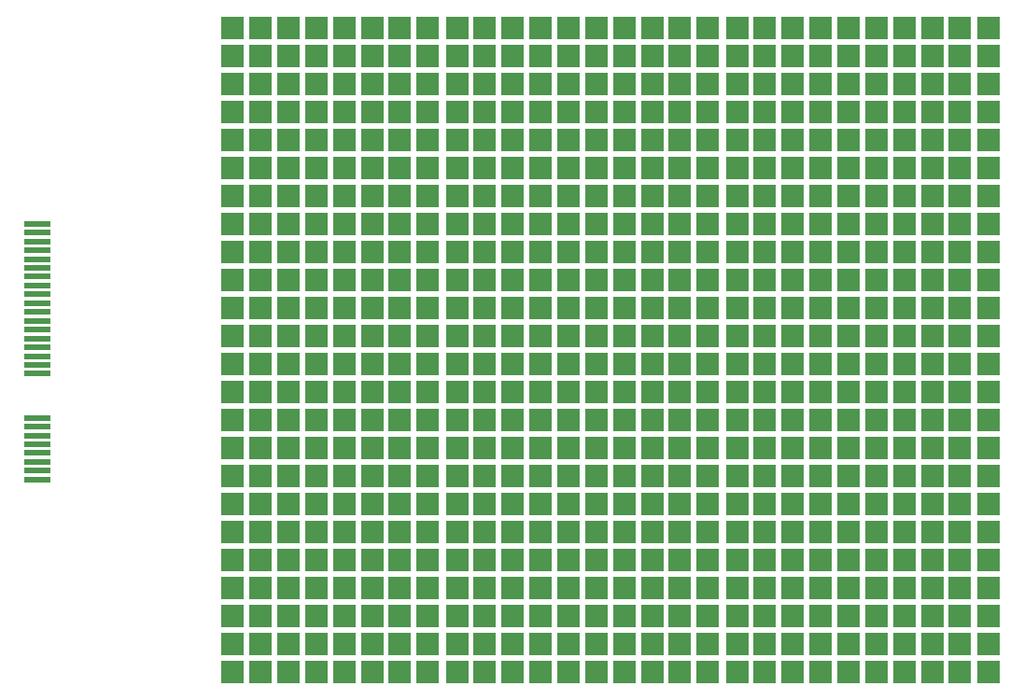
<source format=gbr>
%TF.GenerationSoftware,KiCad,Pcbnew,(6.0.7)*%
%TF.CreationDate,2023-01-04T15:29:54-05:00*%
%TF.ProjectId,PrototypeBoard,50726f74-6f74-4797-9065-426f6172642e,rev?*%
%TF.SameCoordinates,Original*%
%TF.FileFunction,Soldermask,Bot*%
%TF.FilePolarity,Negative*%
%FSLAX46Y46*%
G04 Gerber Fmt 4.6, Leading zero omitted, Abs format (unit mm)*
G04 Created by KiCad (PCBNEW (6.0.7)) date 2023-01-04 15:29:54*
%MOMM*%
%LPD*%
G01*
G04 APERTURE LIST*
%ADD10R,2.350000X0.600000*%
%ADD11R,2.000000X2.000000*%
G04 APERTURE END LIST*
D10*
%TO.C,J1*%
X91539412Y-112109558D03*
X91539412Y-111309558D03*
X91539412Y-110509558D03*
X91539412Y-109709558D03*
X91539412Y-108909558D03*
X91539412Y-108109558D03*
X91539412Y-107309558D03*
X91539412Y-106509558D03*
X91539412Y-102509558D03*
X91539412Y-101709558D03*
X91539412Y-100909558D03*
X91539412Y-100109558D03*
X91539412Y-99309558D03*
X91539412Y-98509558D03*
X91539412Y-97709558D03*
X91539412Y-96909558D03*
X91539412Y-96109558D03*
X91539412Y-95309558D03*
X91539412Y-94509558D03*
X91539412Y-93709558D03*
X91539412Y-92909558D03*
X91539412Y-92109558D03*
X91539412Y-91309558D03*
X91539412Y-90509558D03*
X91539412Y-89709558D03*
X91539412Y-88909558D03*
%TD*%
D11*
%TO.C,J2*%
X177800000Y-71120000D03*
X121920000Y-71120000D03*
X144780000Y-71120000D03*
X165100000Y-71120000D03*
X129621070Y-71174005D03*
X134620000Y-71120000D03*
X139700000Y-71120000D03*
X111760000Y-71120000D03*
X132080000Y-71120000D03*
X114300000Y-71120000D03*
X142240000Y-71120000D03*
X124422847Y-71174005D03*
X147320000Y-71120000D03*
X157480000Y-71120000D03*
X152325695Y-71174005D03*
X126925695Y-71174005D03*
X119380000Y-71120000D03*
X137160000Y-71120000D03*
X162560000Y-71120000D03*
X155021070Y-71174005D03*
X160020000Y-71120000D03*
X149822847Y-71174005D03*
X167640000Y-71120000D03*
X172720000Y-71120000D03*
X170180000Y-71120000D03*
X116840000Y-71120000D03*
X175222847Y-71174005D03*
X114300000Y-73660000D03*
X124422847Y-73714005D03*
X137160000Y-73660000D03*
X129621070Y-73714005D03*
X126925695Y-73714005D03*
X175222847Y-73714005D03*
X119380000Y-73660000D03*
X155021070Y-73714005D03*
X165100000Y-73660000D03*
X134620000Y-73660000D03*
X111760000Y-73660000D03*
X144780000Y-73660000D03*
X152325695Y-73714005D03*
X121920000Y-73660000D03*
X116840000Y-73660000D03*
X172720000Y-73660000D03*
X132080000Y-73660000D03*
X149822847Y-73714005D03*
X162560000Y-73660000D03*
X170180000Y-73660000D03*
X142240000Y-73660000D03*
X139700000Y-73660000D03*
X157480000Y-73660000D03*
X177800000Y-73660000D03*
X147320000Y-73660000D03*
X160020000Y-73660000D03*
X167640000Y-73660000D03*
X144780000Y-76200000D03*
X121920000Y-76200000D03*
X119380000Y-76200000D03*
X134620000Y-76200000D03*
X175222847Y-76254005D03*
X129621070Y-76254005D03*
X142240000Y-76200000D03*
X170180000Y-76200000D03*
X172720000Y-76200000D03*
X177800000Y-76200000D03*
X139700000Y-76200000D03*
X137160000Y-76200000D03*
X116840000Y-76200000D03*
X149822847Y-76254005D03*
X132080000Y-76200000D03*
X165100000Y-76200000D03*
X162560000Y-76200000D03*
X147320000Y-76200000D03*
X124422847Y-76254005D03*
X114300000Y-76200000D03*
X152325695Y-76254005D03*
X111760000Y-76200000D03*
X167640000Y-76200000D03*
X126925695Y-76254005D03*
X157480000Y-76200000D03*
X160020000Y-76200000D03*
X155021070Y-76254005D03*
X114300000Y-78740000D03*
X142240000Y-78740000D03*
X129621070Y-78794005D03*
X149822847Y-78794005D03*
X170180000Y-78740000D03*
X147320000Y-78740000D03*
X165100000Y-78740000D03*
X116840000Y-78740000D03*
X139700000Y-78740000D03*
X172720000Y-78740000D03*
X155021070Y-78794005D03*
X132080000Y-78740000D03*
X177800000Y-78740000D03*
X134620000Y-78740000D03*
X126925695Y-78794005D03*
X157480000Y-78740000D03*
X137160000Y-78740000D03*
X167640000Y-78740000D03*
X175222847Y-78794005D03*
X144780000Y-78740000D03*
X119380000Y-78740000D03*
X121920000Y-78740000D03*
X160020000Y-78740000D03*
X162560000Y-78740000D03*
X111760000Y-78740000D03*
X124422847Y-78794005D03*
X152325695Y-78794005D03*
X114300000Y-81280000D03*
X157480000Y-81280000D03*
X149822847Y-81334005D03*
X124422847Y-81334005D03*
X167640000Y-81280000D03*
X175222847Y-81334005D03*
X126925695Y-81334005D03*
X134620000Y-81280000D03*
X162560000Y-81280000D03*
X155021070Y-81334005D03*
X147320000Y-81280000D03*
X132080000Y-81280000D03*
X119380000Y-81280000D03*
X144780000Y-81280000D03*
X121920000Y-81280000D03*
X177800000Y-81280000D03*
X165100000Y-81280000D03*
X116840000Y-81280000D03*
X152325695Y-81334005D03*
X111760000Y-81280000D03*
X129621070Y-81334005D03*
X142240000Y-81280000D03*
X139700000Y-81280000D03*
X137160000Y-81280000D03*
X160020000Y-81280000D03*
X172720000Y-81280000D03*
X170180000Y-81280000D03*
X116840000Y-83820000D03*
X157480000Y-83820000D03*
X137160000Y-83820000D03*
X132080000Y-83820000D03*
X167640000Y-83820000D03*
X170180000Y-83820000D03*
X142240000Y-83820000D03*
X165100000Y-83820000D03*
X155021070Y-83874005D03*
X162560000Y-83820000D03*
X111760000Y-83820000D03*
X175222847Y-83874005D03*
X139700000Y-83820000D03*
X144780000Y-83820000D03*
X114300000Y-83820000D03*
X152325695Y-83874005D03*
X124422847Y-83874005D03*
X160020000Y-83820000D03*
X129621070Y-83874005D03*
X121920000Y-83820000D03*
X172720000Y-83820000D03*
X134620000Y-83820000D03*
X126925695Y-83874005D03*
X119380000Y-83820000D03*
X177800000Y-83820000D03*
X147320000Y-83820000D03*
X149822847Y-83874005D03*
X172720000Y-86360000D03*
X137160000Y-86360000D03*
X149822847Y-86414005D03*
X114300000Y-86360000D03*
X167640000Y-86360000D03*
X175222847Y-86414005D03*
X160020000Y-86360000D03*
X177800000Y-86360000D03*
X170180000Y-86360000D03*
X119380000Y-86360000D03*
X132080000Y-86360000D03*
X142240000Y-86360000D03*
X155021070Y-86414005D03*
X152325695Y-86414005D03*
X162560000Y-86360000D03*
X121920000Y-86360000D03*
X116840000Y-86360000D03*
X129621070Y-86414005D03*
X144780000Y-86360000D03*
X157480000Y-86360000D03*
X126925695Y-86414005D03*
X111760000Y-86360000D03*
X147320000Y-86360000D03*
X124422847Y-86414005D03*
X165100000Y-86360000D03*
X139700000Y-86360000D03*
X134620000Y-86360000D03*
X157480000Y-88900000D03*
X119380000Y-88900000D03*
X134620000Y-88900000D03*
X172720000Y-88900000D03*
X170180000Y-88900000D03*
X111760000Y-88900000D03*
X142240000Y-88900000D03*
X124422847Y-88954005D03*
X116840000Y-88900000D03*
X165100000Y-88900000D03*
X137160000Y-88900000D03*
X162560000Y-88900000D03*
X139700000Y-88900000D03*
X152325695Y-88954005D03*
X175222847Y-88954005D03*
X114300000Y-88900000D03*
X121920000Y-88900000D03*
X149822847Y-88954005D03*
X126925695Y-88954005D03*
X132080000Y-88900000D03*
X129621070Y-88954005D03*
X167640000Y-88900000D03*
X177800000Y-88900000D03*
X144780000Y-88900000D03*
X160020000Y-88900000D03*
X147320000Y-88900000D03*
X155021070Y-88954005D03*
X152325695Y-91494005D03*
X116840000Y-91440000D03*
X147320000Y-91440000D03*
X111760000Y-91440000D03*
X162560000Y-91440000D03*
X142240000Y-91440000D03*
X157480000Y-91440000D03*
X155021070Y-91494005D03*
X167640000Y-91440000D03*
X119380000Y-91440000D03*
X139700000Y-91440000D03*
X175222847Y-91494005D03*
X132080000Y-91440000D03*
X177800000Y-91440000D03*
X172720000Y-91440000D03*
X170180000Y-91440000D03*
X137160000Y-91440000D03*
X121920000Y-91440000D03*
X114300000Y-91440000D03*
X144780000Y-91440000D03*
X149822847Y-91494005D03*
X134620000Y-91440000D03*
X126925695Y-91494005D03*
X160020000Y-91440000D03*
X124422847Y-91494005D03*
X165100000Y-91440000D03*
X129621070Y-91494005D03*
X172720000Y-93980000D03*
X165100000Y-93980000D03*
X170180000Y-93980000D03*
X177800000Y-93980000D03*
X114300000Y-93980000D03*
X124422847Y-94034005D03*
X121920000Y-93980000D03*
X116840000Y-93980000D03*
X129621070Y-94034005D03*
X119380000Y-93980000D03*
X139700000Y-93980000D03*
X152325695Y-94034005D03*
X160020000Y-93980000D03*
X167640000Y-93980000D03*
X144780000Y-93980000D03*
X175222847Y-94034005D03*
X162560000Y-93980000D03*
X142240000Y-93980000D03*
X155021070Y-94034005D03*
X132080000Y-93980000D03*
X137160000Y-93980000D03*
X157480000Y-93980000D03*
X111760000Y-93980000D03*
X149822847Y-94034005D03*
X126925695Y-94034005D03*
X147320000Y-93980000D03*
X134620000Y-93980000D03*
X167640000Y-96520000D03*
X157480000Y-96520000D03*
X152325695Y-96574005D03*
X177800000Y-96520000D03*
X121920000Y-96520000D03*
X172720000Y-96520000D03*
X129621070Y-96574005D03*
X144780000Y-96520000D03*
X134620000Y-96520000D03*
X116840000Y-96520000D03*
X124422847Y-96574005D03*
X160020000Y-96520000D03*
X119380000Y-96520000D03*
X170180000Y-96520000D03*
X137160000Y-96520000D03*
X149822847Y-96574005D03*
X155021070Y-96574005D03*
X175222847Y-96574005D03*
X111760000Y-96520000D03*
X114300000Y-96520000D03*
X162560000Y-96520000D03*
X139700000Y-96520000D03*
X132080000Y-96520000D03*
X165100000Y-96520000D03*
X147320000Y-96520000D03*
X126925695Y-96574005D03*
X142240000Y-96520000D03*
X149822847Y-99114005D03*
X157480000Y-99060000D03*
X162560000Y-99060000D03*
X116840000Y-99060000D03*
X172720000Y-99060000D03*
X155021070Y-99114005D03*
X121920000Y-99060000D03*
X137160000Y-99060000D03*
X147320000Y-99060000D03*
X111760000Y-99060000D03*
X152325695Y-99114005D03*
X114300000Y-99060000D03*
X129621070Y-99114005D03*
X139700000Y-99060000D03*
X177800000Y-99060000D03*
X132080000Y-99060000D03*
X167640000Y-99060000D03*
X142240000Y-99060000D03*
X144780000Y-99060000D03*
X124422847Y-99114005D03*
X175222847Y-99114005D03*
X134620000Y-99060000D03*
X119380000Y-99060000D03*
X126925695Y-99114005D03*
X165100000Y-99060000D03*
X160020000Y-99060000D03*
X170180000Y-99060000D03*
X111760000Y-101600000D03*
X149822847Y-101654005D03*
X132080000Y-101600000D03*
X126925695Y-101654005D03*
X121920000Y-101600000D03*
X142240000Y-101600000D03*
X157480000Y-101600000D03*
X165100000Y-101600000D03*
X134620000Y-101600000D03*
X124422847Y-101654005D03*
X175222847Y-101654005D03*
X162560000Y-101600000D03*
X116840000Y-101600000D03*
X137160000Y-101600000D03*
X129621070Y-101654005D03*
X172720000Y-101600000D03*
X155021070Y-101654005D03*
X160020000Y-101600000D03*
X177800000Y-101600000D03*
X167640000Y-101600000D03*
X147320000Y-101600000D03*
X114300000Y-101600000D03*
X152325695Y-101654005D03*
X170180000Y-101600000D03*
X119380000Y-101600000D03*
X139700000Y-101600000D03*
X144780000Y-101600000D03*
X114300000Y-104140000D03*
X126925695Y-104194005D03*
X152325695Y-104194005D03*
X165100000Y-104140000D03*
X134620000Y-104140000D03*
X119380000Y-104140000D03*
X155021070Y-104194005D03*
X111760000Y-104140000D03*
X177800000Y-104140000D03*
X147320000Y-104140000D03*
X175222847Y-104194005D03*
X129621070Y-104194005D03*
X144780000Y-104140000D03*
X121920000Y-104140000D03*
X149822847Y-104194005D03*
X137160000Y-104140000D03*
X160020000Y-104140000D03*
X170180000Y-104140000D03*
X167640000Y-104140000D03*
X139700000Y-104140000D03*
X142240000Y-104140000D03*
X124422847Y-104194005D03*
X162560000Y-104140000D03*
X157480000Y-104140000D03*
X172720000Y-104140000D03*
X132080000Y-104140000D03*
X116840000Y-104140000D03*
X175222847Y-106734005D03*
X139700000Y-106680000D03*
X134620000Y-106680000D03*
X126925695Y-106734005D03*
X111760000Y-106680000D03*
X147320000Y-106680000D03*
X124422847Y-106734005D03*
X116840000Y-106680000D03*
X160020000Y-106680000D03*
X144780000Y-106680000D03*
X132080000Y-106680000D03*
X155021070Y-106734005D03*
X162560000Y-106680000D03*
X119380000Y-106680000D03*
X167640000Y-106680000D03*
X165100000Y-106680000D03*
X137160000Y-106680000D03*
X177800000Y-106680000D03*
X114300000Y-106680000D03*
X152325695Y-106734005D03*
X172720000Y-106680000D03*
X157480000Y-106680000D03*
X170180000Y-106680000D03*
X129621070Y-106734005D03*
X121920000Y-106680000D03*
X149822847Y-106734005D03*
X142240000Y-106680000D03*
X124422847Y-109274005D03*
X137160000Y-109220000D03*
X111760000Y-109220000D03*
X129621070Y-109274005D03*
X119380000Y-109220000D03*
X175222847Y-109274005D03*
X160020000Y-109220000D03*
X149822847Y-109274005D03*
X126925695Y-109274005D03*
X144780000Y-109220000D03*
X116840000Y-109220000D03*
X121920000Y-109220000D03*
X157480000Y-109220000D03*
X142240000Y-109220000D03*
X114300000Y-109220000D03*
X139700000Y-109220000D03*
X147320000Y-109220000D03*
X172720000Y-109220000D03*
X165100000Y-109220000D03*
X162560000Y-109220000D03*
X152325695Y-109274005D03*
X132080000Y-109220000D03*
X134620000Y-109220000D03*
X155021070Y-109274005D03*
X170180000Y-109220000D03*
X177800000Y-109220000D03*
X167640000Y-109220000D03*
X162560000Y-111760000D03*
X126925695Y-111814005D03*
X132080000Y-111760000D03*
X157480000Y-111760000D03*
X155021070Y-111814005D03*
X134620000Y-111760000D03*
X175222847Y-111814005D03*
X160020000Y-111760000D03*
X139700000Y-111760000D03*
X116840000Y-111760000D03*
X121920000Y-111760000D03*
X152325695Y-111814005D03*
X142240000Y-111760000D03*
X167640000Y-111760000D03*
X165100000Y-111760000D03*
X129621070Y-111814005D03*
X137160000Y-111760000D03*
X170180000Y-111760000D03*
X124422847Y-111814005D03*
X119380000Y-111760000D03*
X147320000Y-111760000D03*
X172720000Y-111760000D03*
X177800000Y-111760000D03*
X111760000Y-111760000D03*
X114300000Y-111760000D03*
X144780000Y-111760000D03*
X149822847Y-111814005D03*
X172720000Y-114300000D03*
X111760000Y-114300000D03*
X121920000Y-114300000D03*
X119380000Y-114300000D03*
X157480000Y-114300000D03*
X167640000Y-114300000D03*
X162560000Y-114300000D03*
X155021070Y-114354005D03*
X147320000Y-114300000D03*
X144780000Y-114300000D03*
X137160000Y-114300000D03*
X126925695Y-114354005D03*
X142240000Y-114300000D03*
X124422847Y-114354005D03*
X114300000Y-114300000D03*
X175222847Y-114354005D03*
X177800000Y-114300000D03*
X134620000Y-114300000D03*
X132080000Y-114300000D03*
X152325695Y-114354005D03*
X129621070Y-114354005D03*
X139700000Y-114300000D03*
X165100000Y-114300000D03*
X170180000Y-114300000D03*
X116840000Y-114300000D03*
X149822847Y-114354005D03*
X160020000Y-114300000D03*
X149822847Y-116894005D03*
X142240000Y-116840000D03*
X116840000Y-116840000D03*
X155021070Y-116894005D03*
X126925695Y-116894005D03*
X129621070Y-116894005D03*
X137160000Y-116840000D03*
X132080000Y-116840000D03*
X139700000Y-116840000D03*
X152325695Y-116894005D03*
X160020000Y-116840000D03*
X114300000Y-116840000D03*
X144780000Y-116840000D03*
X119380000Y-116840000D03*
X170180000Y-116840000D03*
X124422847Y-116894005D03*
X121920000Y-116840000D03*
X162560000Y-116840000D03*
X157480000Y-116840000D03*
X172720000Y-116840000D03*
X111760000Y-116840000D03*
X177800000Y-116840000D03*
X147320000Y-116840000D03*
X134620000Y-116840000D03*
X175222847Y-116894005D03*
X165100000Y-116840000D03*
X167640000Y-116840000D03*
X132080000Y-119380000D03*
X157480000Y-119380000D03*
X172720000Y-119380000D03*
X124422847Y-119434005D03*
X111760000Y-119380000D03*
X129621070Y-119434005D03*
X152325695Y-119434005D03*
X134620000Y-119380000D03*
X177800000Y-119380000D03*
X139700000Y-119380000D03*
X149822847Y-119434005D03*
X147320000Y-119380000D03*
X160020000Y-119380000D03*
X167640000Y-119380000D03*
X126925695Y-119434005D03*
X137160000Y-119380000D03*
X114300000Y-119380000D03*
X119380000Y-119380000D03*
X170180000Y-119380000D03*
X116840000Y-119380000D03*
X162560000Y-119380000D03*
X144780000Y-119380000D03*
X155021070Y-119434005D03*
X175222847Y-119434005D03*
X142240000Y-119380000D03*
X121920000Y-119380000D03*
X165100000Y-119380000D03*
X172720000Y-121920000D03*
X152325695Y-121974005D03*
X157480000Y-121920000D03*
X147320000Y-121920000D03*
X139700000Y-121920000D03*
X149822847Y-121974005D03*
X134620000Y-121920000D03*
X114300000Y-121920000D03*
X175222847Y-121974005D03*
X162560000Y-121920000D03*
X137160000Y-121920000D03*
X142240000Y-121920000D03*
X170180000Y-121920000D03*
X124422847Y-121974005D03*
X160020000Y-121920000D03*
X116840000Y-121920000D03*
X167640000Y-121920000D03*
X165100000Y-121920000D03*
X132080000Y-121920000D03*
X129621070Y-121974005D03*
X144780000Y-121920000D03*
X111760000Y-121920000D03*
X126925695Y-121974005D03*
X155021070Y-121974005D03*
X121920000Y-121920000D03*
X177800000Y-121920000D03*
X119380000Y-121920000D03*
X152325695Y-124514005D03*
X139700000Y-124460000D03*
X167640000Y-124460000D03*
X165100000Y-124460000D03*
X157480000Y-124460000D03*
X124422847Y-124514005D03*
X111760000Y-124460000D03*
X177800000Y-124460000D03*
X144780000Y-124460000D03*
X121920000Y-124460000D03*
X137160000Y-124460000D03*
X170180000Y-124460000D03*
X155021070Y-124514005D03*
X175222847Y-124514005D03*
X147320000Y-124460000D03*
X126925695Y-124514005D03*
X162560000Y-124460000D03*
X132080000Y-124460000D03*
X149822847Y-124514005D03*
X172720000Y-124460000D03*
X160020000Y-124460000D03*
X116840000Y-124460000D03*
X114300000Y-124460000D03*
X142240000Y-124460000D03*
X119380000Y-124460000D03*
X129621070Y-124514005D03*
X134620000Y-124460000D03*
X170180000Y-127000000D03*
X165100000Y-127000000D03*
X162560000Y-127000000D03*
X114300000Y-127000000D03*
X132080000Y-127000000D03*
X134620000Y-127000000D03*
X177800000Y-127000000D03*
X129621070Y-127054005D03*
X121920000Y-127000000D03*
X160020000Y-127000000D03*
X172720000Y-127000000D03*
X149822847Y-127054005D03*
X137160000Y-127000000D03*
X157480000Y-127000000D03*
X116840000Y-127000000D03*
X155021070Y-127054005D03*
X147320000Y-127000000D03*
X139700000Y-127000000D03*
X142240000Y-127000000D03*
X124422847Y-127054005D03*
X175222847Y-127054005D03*
X126925695Y-127054005D03*
X111760000Y-127000000D03*
X152325695Y-127054005D03*
X167640000Y-127000000D03*
X119380000Y-127000000D03*
X144780000Y-127000000D03*
X124422847Y-129594005D03*
X114300000Y-129540000D03*
X177800000Y-129540000D03*
X111760000Y-129540000D03*
X129621070Y-129594005D03*
X116840000Y-129540000D03*
X170180000Y-129540000D03*
X175222847Y-129594005D03*
X165100000Y-129540000D03*
X157480000Y-129540000D03*
X162560000Y-129540000D03*
X137160000Y-129540000D03*
X147320000Y-129540000D03*
X139700000Y-129540000D03*
X167640000Y-129540000D03*
X126925695Y-129594005D03*
X172720000Y-129540000D03*
X152325695Y-129594005D03*
X149822847Y-129594005D03*
X144780000Y-129540000D03*
X119380000Y-129540000D03*
X121920000Y-129540000D03*
X160020000Y-129540000D03*
X132080000Y-129540000D03*
X134620000Y-129540000D03*
X142240000Y-129540000D03*
X155021070Y-129594005D03*
X109220000Y-71120000D03*
X109220000Y-73660000D03*
X109220000Y-76200000D03*
X109220000Y-78740000D03*
X109220000Y-81280000D03*
X109220000Y-83820000D03*
X109220000Y-86360000D03*
X109220000Y-88900000D03*
X109220000Y-91440000D03*
X109220000Y-93980000D03*
X109220000Y-96520000D03*
X109220000Y-99060000D03*
X109220000Y-101600000D03*
X109220000Y-104140000D03*
X109220000Y-106680000D03*
X109220000Y-109220000D03*
X109220000Y-111760000D03*
X109220000Y-114300000D03*
X109220000Y-116840000D03*
X109220000Y-119380000D03*
X109220000Y-121920000D03*
X109220000Y-124460000D03*
X109220000Y-127000000D03*
X109220000Y-129540000D03*
%TD*%
M02*

</source>
